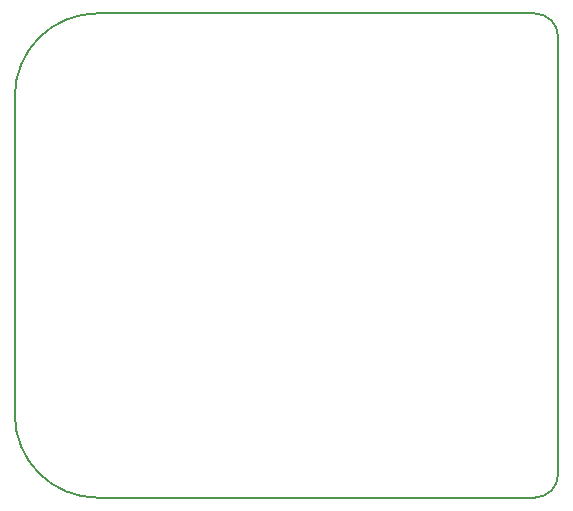
<source format=gm1>
G04 #@! TF.GenerationSoftware,KiCad,Pcbnew,8.0.1-rc1*
G04 #@! TF.CreationDate,2024-03-16T10:29:41-04:00*
G04 #@! TF.ProjectId,keystone-esp,6b657973-746f-46e6-952d-6573702e6b69,rev?*
G04 #@! TF.SameCoordinates,Original*
G04 #@! TF.FileFunction,Profile,NP*
%FSLAX46Y46*%
G04 Gerber Fmt 4.6, Leading zero omitted, Abs format (unit mm)*
G04 Created by KiCad (PCBNEW 8.0.1-rc1) date 2024-03-16 10:29:41*
%MOMM*%
%LPD*%
G01*
G04 APERTURE LIST*
G04 #@! TA.AperFunction,Profile*
%ADD10C,0.200000*%
G04 #@! TD*
G04 APERTURE END LIST*
D10*
X176403000Y-81839004D02*
G75*
G02*
X183403002Y-74839000I7000000J4D01*
G01*
X183403002Y-115839002D02*
X220403000Y-115839002D01*
X222403000Y-113839002D02*
X222403000Y-76839002D01*
X176403000Y-81839004D02*
X176403000Y-108839000D01*
X220403000Y-74839002D02*
X183403002Y-74839002D01*
X220403000Y-74839002D02*
G75*
G02*
X222402998Y-76839002I0J-1999998D01*
G01*
X183403002Y-115839002D02*
G75*
G02*
X176402998Y-108839000I-2J7000002D01*
G01*
X222403000Y-113839002D02*
G75*
G02*
X220403000Y-115839000I-2000000J2D01*
G01*
M02*

</source>
